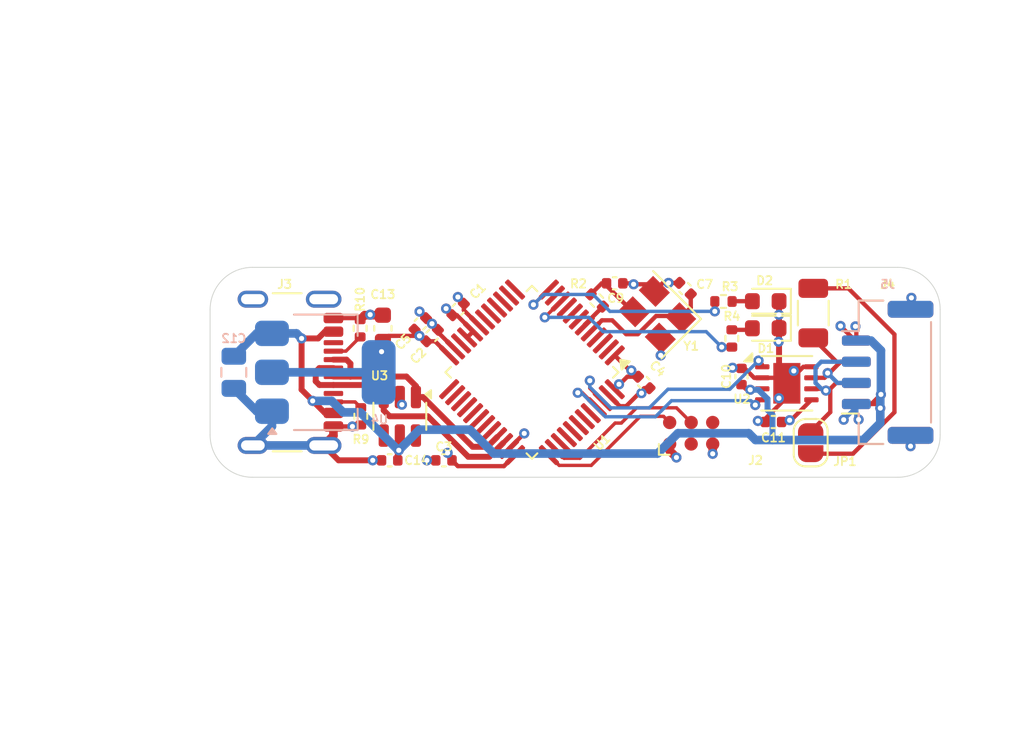
<source format=kicad_pcb>
(kicad_pcb (version 20241229) (generator "pcbnew") (generator_version "9.0")
  (layers (0 "F.Cu" signal) (4 "In1.Cu" signal) (6 "In2.Cu" signal) (2 "B.Cu" signal) (13 "F.Paste" user) (15 "B.Paste" user) (5 "F.SilkS" user "F.Silkscreen") (7 "B.SilkS" user "B.Silkscreen") (1 "F.Mask" user) (3 "B.Mask" user) (25 "Edge.Cuts" user))
  (net 0 "")
  (net 1 "+3V3")
  (net 2 "GND")
  (net 3 "Net-(D2-A)")
  (net 5 "/XTALO")
  (net 6 "/XTALR")
  (net 8 "+5V")
  (net 9 "Net-(D1-A)")
  (net 10 "/SWCLK")
  (net 11 "/SWDIO")
  (net 12 "/LEDG")
  (net 13 "/LEDR")
  (net 19 "Net-(J3-CC2)")
  (net 20 "/USB+")
  (net 22 "/USB-")
  (net 23 "Net-(J3-CC1)")
  (net 24 "/CANH")
  (net 25 "/CANL")
  (net 28 "/XTALI")
  (net 30 "/CNRX")
  (net 31 "/CNTX")
  (net 52 "Net-(JP1-B)")
  (footprint "Connector_USB:USB_C_Receptacle_GCT_USB4105-xx-A_16P_TopMnt_Horizontal" (layer "F.Cu") (at 85.6 70 -90)
    (property "Reference" "J3")
    (property "Value" "USB_C_Receptacle_USB2.0_16P")
  )
  (footprint "Capacitor_SMD:C_0402_1005Metric" (layer "F.Cu") (at 115.258642 72.935185 180)
    (property "Reference" "C11")
    (property "Value" "100n")
  )
  (footprint "Capacitor_SMD:C_0402_1005Metric" (layer "F.Cu") (at 96.640123 66.286419 45)
    (property "Reference" "C1")
    (property "Value" "10u")
  )
  (footprint "Resistor_SMD:R_0402_1005Metric" (layer "F.Cu") (at 90.857273 67.4 90)
    (property "Reference" "R10")
    (property "Value" "5k1")
  )
  (footprint "Capacitor_SMD:C_0402_1005Metric" (layer "F.Cu") (at 94.410496 67.141974 45)
    (property "Reference" "C5")
    (property "Value" "100n")
  )
  (footprint "Connector:Tag-Connect_TC2030-IDC-NL_2x03_P1.27mm_Vertical" (layer "F.Cu") (at 110.4 73.6)
    (property "Reference" "J2")
    (property "Value" "Conn_ARM_SWD_TagConnect_TC2030-NL")
  )
  (footprint "Package_TO_SOT_SMD:SOT-23-6" (layer "F.Cu") (at 93.2 72.6 -90)
    (property "Reference" "U3")
    (property "Value" "SRV05-4")
  )
  (footprint "Package_SON:HVSON-8-1EP_3x3mm_P0.65mm_EP1.6x2.4mm" (layer "F.Cu") (at 116.047718 70.649742)
    (property "Reference" "U2")
    (property "Value" "TJA1044GTK/3")
  )
  (footprint "Capacitor_SMD:C_0402_1005Metric" (layer "F.Cu") (at 110.036296 65.056295 -45)
    (property "Reference" "C7")
    (property "Value" "12p")
  )
  (footprint "Jumper:SolderJumper-2_P1.3mm_Open_RoundedPad1.0x1.5mm" (layer "F.Cu") (at 117.455494 74.158354 -90)
    (property "Reference" "JP1")
    (property "Value" "SolderJumper_2_Open")
  )
  (footprint "Resistor_SMD:R_0402_1005Metric" (layer "F.Cu") (at 112.305925 65.815557)
    (property "Reference" "R3")
    (property "Value" "1k")
  )
  (footprint "Connector_JST:JST_GH_SM04B-GHS-TB_1x04-1MP_P1.25mm_Horizontal" (layer "F.Cu") (at 122 70 90)
    (property "Reference" "J4")
    (property "Value" "Conn_01x04_MountingPin")
  )
  (footprint "LED_SMD:LED_0603_1608Metric" (layer "F.Cu") (at 114.8 65.8 180)
    (property "Reference" "D2")
    (property "Value" "GLED")
  )
  (footprint "Resistor_SMD:R_0402_1005Metric" (layer "F.Cu") (at 90.896198 72.6 -90)
    (property "Reference" "R9")
    (property "Value" "5k1")
  )
  (footprint "Capacitor_SMD:C_0402_1005Metric" (layer "F.Cu") (at 95.106174 67.82901 45)
    (property "Reference" "C2")
    (property "Value" "100n")
  )
  (footprint "Capacitor_SMD:C_0402_1005Metric" (layer "F.Cu") (at 113.369547 70.248147 90)
    (property "Reference" "C10")
    (property "Value" "100n")
  )
  (footprint "Capacitor_SMD:C_0402_1005Metric" (layer "F.Cu") (at 92.6 75.2 180)
    (property "Reference" "C14")
    (property "Value" "1u")
  )
  (footprint "Capacitor_SMD:C_0402_1005Metric" (layer "F.Cu") (at 105.883557 64.744001 180)
    (property "Reference" "C9")
    (property "Value" "12p")
  )
  (footprint "Package_QFP:LQFP-48_7x7mm_P0.5mm" (layer "F.Cu") (at 101 70 -135)
    (property "Reference" "U1")
    (property "Value" "STM32G473CBTx")
  )
  (footprint "LED_SMD:LED_0603_1608Metric" (layer "F.Cu") (at 114.8 67.4 180)
    (property "Reference" "D1")
    (property "Value" "LEDR")
  )
  (footprint "Resistor_SMD:R_1206_3216Metric" (layer "F.Cu") (at 117.607101 66.502217 90)
    (property "Reference" "R1")
    (property "Value" "120")
  )
  (footprint "Resistor_SMD:R_0402_1005Metric" (layer "F.Cu") (at 112.8 68 90)
    (property "Reference" "R4")
    (property "Value" "1k")
  )
  (footprint "Capacitor_SMD:C_0402_1005Metric" (layer "F.Cu") (at 95.8 75.2 180)
    (property "Reference" "C3")
    (property "Value" "100n")
  )
  (footprint "Crystal:Crystal_SMD_3225-4Pin_3.2x2.5mm" (layer "F.Cu") (at 108.4 66.6 135)
    (property "Reference" "Y1")
    (property "Value" "16MHz")
  )
  (footprint "Resistor_SMD:R_0402_1005Metric" (layer "F.Cu") (at 104.825781 65.758222 -45)
    (property "Reference" "R2")
    (property "Value" "1k")
  )
  (footprint "Capacitor_SMD:C_0402_1005Metric" (layer "F.Cu") (at 107.6 70.6 -45)
    (property "Reference" "C4")
    (property "Value" "100n")
  )
  (footprint "Capacitor_SMD:C_0603_1608Metric" (layer "F.Cu") (at 92.2 67.4 90)
    (property "Reference" "C13")
    (property "Value" "22u")
  )
  (footprint "Capacitor_SMD:C_0805_2012Metric" (layer "B.Cu") (at 83.4 70 -90)
    (property "Reference" "C12")
    (property "Value" "22u")
  )
  (footprint "Connector_JST:JST_GH_SM04B-GHS-TB_1x04-1MP_P1.25mm_Horizontal" (layer "B.Cu") (at 122 70 -90)
    (property "Reference" "J5")
    (property "Value" "Conn_01x04_MountingPin")
  )
  (footprint "Package_TO_SOT_SMD:SOT-223-3_TabPin2" (layer "B.Cu") (at 88.8 70)
    (property "Reference" "U4")
    (property "Value" "AMS1117-3.3")
  )
  (gr_arc (start 82 66.3) (mid 82.732233 64.532233) (end 84.5 63.8) (stroke (width 0.05)) (layer "Edge.Cuts"))
  (gr_line (start 82 66.3) (end 82 73.7) (stroke (width 0.05)) (layer "Edge.Cuts"))
  (gr_line (start 84.5 76.2) (end 122.6 76.2) (stroke (width 0.05)) (layer "Edge.Cuts"))
  (gr_line (start 125.1 66.3) (end 125.1 73.7) (stroke (width 0.05)) (layer "Edge.Cuts"))
  (gr_arc (start 122.6 63.8) (mid 124.367767 64.532233) (end 125.1 66.3) (stroke (width 0.05)) (layer "Edge.Cuts"))
  (gr_arc (start 84.5 76.2) (mid 82.732233 75.467767) (end 82 73.7) (stroke (width 0.05)) (layer "Edge.Cuts"))
  (gr_arc (start 125.1 73.7) (mid 124.367767 75.467767) (end 122.6 76.2) (stroke (width 0.05)) (layer "Edge.Cuts"))
  (gr_line (start 84.5 63.8) (end 122.6 63.8) (stroke (width 0.05)) (layer "Edge.Cuts"))
  (segment (start 94.358645 67.846294) (end 92.528706 67.846294) (width 0.254) (layer "F.Cu") (net 1))
  (segment (start 107.260589 70.260589) (end 106.626075 70.260589) (width 0.254) (layer "F.Cu") (net 1))
  (segment (start 92.2 68.175) (end 92.2 68.701333) (width 0.508) (layer "F.Cu") (net 1))
  (segment (start 94.079727 67.481385) (end 94.766763 68.168421) (width 0.254) (layer "F.Cu") (net 1))
  (segment (start 92.2 68.701333) (end 92.121066 68.780267) (width 0.508) (layer "F.Cu") (net 1))
  (segment (start 107.236514 70.260589) (end 106.866049 69.890124) (width 0.254) (layer "F.Cu") (net 1))
  (segment (start 96.112124 69.001212) (end 95.279333 68.168421) (width 0.254) (layer "F.Cu") (net 1))
  (segment (start 96.300712 66.603797) (end 95.931482 66.234567) (width 0.254) (layer "F.Cu") (net 1))
  (segment (start 96.28 75.2) (end 96.28 75.020405) (width 0.254) (layer "F.Cu") (net 1))
  (segment (start 117.497718 71.624742) (end 116.187275 72.935185) (width 0.254) (layer "F.Cu") (net 1))
  (segment (start 96.56517 66.62583) (end 96.300712 66.62583) (width 0.254) (layer "F.Cu") (net 1))
  (segment (start 106.626075 70.260589) (end 105.887876 70.998788) (width 0.254) (layer "F.Cu") (net 1))
  (segment (start 99.343905 75.545183) (end 100.001212 74.887876) (width 0.254) (layer "F.Cu") (net 1))
  (segment (start 107.147253 70.260589) (end 105.887876 69.001212) (width 0.254) (layer "F.Cu") (net 1))
  (segment (start 107.260589 70.260589) (end 107.236514 70.260589) (width 0.254) (layer "F.Cu") (net 1))
  (segment (start 116.187275 72.935185) (end 115.738642 72.935185) (width 0.254) (layer "F.Cu") (net 1))
  (segment (start 96.625183 75.545183) (end 99.343905 75.545183) (width 0.254) (layer "F.Cu") (net 1))
  (segment (start 94.071085 67.481385) (end 94.079727 67.481385) (width 0.254) (layer "F.Cu") (net 1))
  (segment (start 96.300712 66.62583) (end 96.300712 66.603797) (width 0.254) (layer "F.Cu") (net 1))
  (segment (start 109.13 74.235) (end 109.13 74.631885) (width 0.508) (layer "F.Cu") (net 1))
  (segment (start 92.528706 67.846294) (end 92.2 68.175) (width 0.254) (layer "F.Cu") (net 1))
  (segment (start 107.260589 70.260589) (end 107.147253 70.260589) (width 0.254) (layer "F.Cu") (net 1))
  (segment (start 96.28 75.2) (end 96.625183 75.545183) (width 0.254) (layer "F.Cu") (net 1))
  (segment (start 97.526338 67.586998) (end 96.56517 66.62583) (width 0.254) (layer "F.Cu") (net 1))
  (segment (start 97.172785 67.940551) (end 97.526338 67.586998) (width 0.254) (layer "F.Cu") (net 1))
  (segment (start 96.28 75.020405) (end 96.021038 74.761443) (width 0.254) (layer "F.Cu") (net 1))
  (segment (start 95.279333 68.168421) (end 94.766763 68.168421) (width 0.254) (layer "F.Cu") (net 1))
  (segment (start 109.13 74.631885) (end 109.529558 75.031443) (width 0.508) (layer "F.Cu") (net 1))
  (via (at 116.211728 72.830246) (size 0.6) (drill 0.3) (layers "F.Cu" "B.Cu") (net 1))
  (via (at 109.529558 75.031443) (size 0.6) (drill 0.3) (layers "F.Cu" "B.Cu") (net 1))
  (via (at 106.140124 70.706789) (size 0.6) (drill 0.3) (layers "F.Cu" "B.Cu") (net 1))
  (via (at 94.358645 67.846294) (size 0.6) (drill 0.3) (layers "F.Cu" "B.Cu") (net 1))
  (via (at 92.121066 68.780267) (size 0.6) (drill 0.3) (layers "F.Cu" "B.Cu") (net 1))
  (via (at 95.931482 66.234567) (size 0.6) (drill 0.3) (layers "F.Cu" "B.Cu") (net 1))
  (via (at 106.866049 69.890124) (size 0.6) (drill 0.3) (layers "F.Cu" "B.Cu") (net 1))
  (via (at 96.021038 74.761443) (size 0.6) (drill 0.3) (layers "F.Cu" "B.Cu") (net 1))
  (segment (start 85.650001 70) (end 91.949999 70) (width 0.508) (layer "B.Cu") (net 1))
  (segment (start 112.880147 69.768147) (end 112.842668 69.730668) (width 0.254) (layer "F.Cu") (net 2))
  (segment (start 115.722718 70.324742) (end 116.047718 70.649742) (width 0.254) (layer "F.Cu") (net 2))
  (segment (start 120.075932 68.125) (end 119.216 67.265068) (width 0.254) (layer "F.Cu") (net 2))
  (segment (start 93.2 71.787559) (end 93.323553 71.911112) (width 0.508) (layer "F.Cu") (net 2))
  (segment (start 89.28 73.745) (end 88.705 74.32) (width 0.508) (layer "F.Cu") (net 2))
  (segment (start 108.223223 65.221142) (end 107.802081 64.8) (width 0.254) (layer "F.Cu") (net 2))
  (segment (start 94.749907 66.802563) (end 94.749907 66.79867) (width 0.254) (layer "F.Cu") (net 2))
  (segment (start 90.767272 66.8) (end 90.857273 66.890001) (width 0.254) (layer "F.Cu") (net 2))
  (segment (start 97.879891 67.233445) (end 96.979534 66.333088) (width 0.254) (layer "F.Cu") (net 2))
  (segment (start 91.6 75.2) (end 89.585 75.2) (width 0.35) (layer "F.Cu") (net 2))
  (segment (start 109.696885 64.716884) (end 108.727481 64.716884) (width 0.254) (layer "F.Cu") (net 2))
  (segment (start 89.28 73.2) (end 90.4 73.2) (width 0.254) (layer "F.Cu") (net 2))
  (segment (start 90.857273 66.890001) (end 91.122274 66.625) (width 0.508) (layer "F.Cu") (net 2))
  (segment (start 117.497718 69.674742) (end 117.022718 69.674742) (width 0.254) (layer "F.Cu") (net 2))
  (segment (start 114.117333 70.324742) (end 113.560738 69.768147) (width 0.254) (layer "F.Cu") (net 2))
  (segment (start 89.28 73.2) (end 89.28 73.745) (width 0.508) (layer "F.Cu") (net 2))
  (segment (start 106.565946 72) (end 107.626535 70.939411) (width 0.254) (layer "F.Cu") (net 2))
  (segment (start 108.727481 64.716884) (end 108.223223 65.221142) (width 0.254) (layer "F.Cu") (net 2))
  (segment (start 96.465678 68.647658) (end 95.445585 67.627565) (width 0.254) (layer "F.Cu") (net 2))
  (segment (start 115.587501 70.189525) (end 115.587501 67.4) (width 0.35) (layer "F.Cu") (net 2))
  (segment (start 111.67 74.813664) (end 111.669999 74.813665) (width 0.508) (layer "F.Cu") (net 2))
  (segment (start 91.122274 66.625) (end 92.2 66.625) (width 0.508) (layer "F.Cu") (net 2))
  (segment (start 95.445585 67.489599) (end 95.436943 67.489599) (width 0.254) (layer "F.Cu") (net 2))
  (segment (start 113.560738 69.768147) (end 113.369547 69.768147) (width 0.254) (layer "F.Cu") (net 2))
  (segment (start 120.15 67.340402) (end 120.097066 67.287468) (width 0.254) (layer "F.Cu") (net 2))
  (segment (start 95.32 75.2) (end 94.8 75.2) (width 0.35) (layer "F.Cu") (net 2))
  (segment (start 116.047718 71.472277) (end 114.778642 72.741353) (width 0.254) (layer "F.Cu") (net 2))
  (segment (start 99.647658 74.534322) (end 99.647658 74.50731) (width 0.254) (layer "F.Cu") (net 2))
  (segment (start 95.445585 67.627565) (end 95.445585 67.489599) (width 0.254) (layer "F.Cu") (net 2))
  (segment (start 114.597718 70.324742) (end 115.722718 70.324742) (width 0.254) (layer "F.Cu") (net 2))
  (segment (start 115.587501 67.4) (end 115.587501 65.8) (width 0.35) (layer "F.Cu") (net 2))
  (segment (start 113.369547 69.768147) (end 112.880147 69.768147) (width 0.254) (layer "F.Cu") (net 2))
  (segment (start 108.576777 67.978858) (end 108.576777 68.976777) (width 0.254) (layer "F.Cu") (net 2))
  (segment (start 105.534322 71.352342) (end 106.18198 72) (width 0.254) (layer "F.Cu") (net 2))
  (segment (start 120.15 68.125) (end 120.15 67.340402) (width 0.254) (layer "F.Cu") (net 2))
  (segment (start 106.18198 72) (end 106.565946 72) (width 0.254) (layer "F.Cu") (net 2))
  (segment (start 90.4 73.2) (end 90.806197 73.2) (width 0.254) (layer "F.Cu") (net 2))
  (segment (start 92.12 75.2) (end 91.6 75.2) (width 0.35) (layer "F.Cu") (net 2))
  (segment (start 94.749907 66.79867) (end 94.362965 66.411728) (width 0.254) (layer "F.Cu") (net 2))
  (segment (start 96.979534 65.947008) (end 96.979534 65.904226) (width 0.254) (layer "F.Cu") (net 2))
  (segment (start 108.576777 68.976777) (end 108.6 69) (width 0.254) (layer "F.Cu") (net 2))
  (segment (start 93.2 71.4625) (end 93.2 71.787559) (width 0.508) (layer "F.Cu") (net 2))
  (segment (start 116.047718 70.649742) (end 115.587501 70.189525) (width 0.35) (layer "F.Cu") (net 2))
  (segment (start 96.979534 65.904226) (end 96.62716 65.551852) (width 0.254) (layer "F.Cu") (net 2))
  (segment (start 114.338887 72.870985) (end 114.403087 72.935185) (width 0.254) (layer "F.Cu") (net 2))
  (segment (start 123.349999 73.725001) (end 123.35 73.725) (width 0.254) (layer "F.Cu") (net 2))
  (segment (start 107.626535 70.939411) (end 107.939411 70.939411) (width 0.254) (layer "F.Cu") (net 2))
  (segment (start 89.585 75.2) (end 88.705 74.32) (width 0.35) (layer "F.Cu") (net 2))
  (segment (start 123.349999 74.367132) (end 123.349999 73.725001) (width 0.254) (layer "F.Cu") (net 2))
  (segment (start 95.436943 67.489599) (end 94.749907 66.802563) (width 0.254) (layer "F.Cu") (net 2))
  (segment (start 114.778642 72.741353) (end 114.778642 72.935185) (width 0.254) (layer "F.Cu") (net 2))
  (segment (start 90.806197 73.2) (end 90.896198 73.109999) (width 0.254) (layer "F.Cu") (net 2))
  (segment (start 96.979534 66.333088) (end 96.979534 65.947008) (width 0.254) (layer "F.Cu") (net 2))
  (segment (start 117.022718 69.674742) (end 116.047718 70.649742) (width 0.254) (layer "F.Cu") (net 2))
  (segment (start 111.67 74.235) (end 111.67 74.813664) (width 0.508) (layer "F.Cu") (net 2))
  (segment (start 107.802081 64.8) (end 107 64.8) (width 0.254) (layer "F.Cu") (net 2))
  (segment (start 114.403087 72.935185) (end 114.778642 72.935185) (width 0.254) (layer "F.Cu") (net 2))
  (segment (start 106.944001 64.744001) (end 107 64.8) (width 0.254) (layer "F.Cu") (net 2))
  (segment (start 123.35 65.65) (end 123.4 65.6) (width 0.254) (layer "F.Cu") (net 2))
  (segment (start 120.15 68.125) (end 120.075932 68.125) (width 0.254) (layer "F.Cu") (net 2))
  (segment (start 106.363557 64.744001) (end 106.944001 64.744001) (width 0.254) (layer "F.Cu") (net 2))
  (segment (start 123.35 66.275) (end 123.35 65.65) (width 0.254) (layer "F.Cu") (net 2))
  (segment (start 99.647658 74.50731) (end 100.54481 73.610158) (width 0.254) (layer "F.Cu") (net 2))
  (segment (start 116.047718 70.649742) (end 116.047718 71.472277) (width 0.254) (layer "F.Cu") (net 2))
  (segment (start 114.597718 70.324742) (end 114.117333 70.324742) (width 0.254) (layer "F.Cu") (net 2))
  (segment (start 89.28 66.8) (end 90.767272 66.8) (width 0.254) (layer "F.Cu") (net 2))
  (via (at 109.062216 64.719112) (size 0.6) (drill 0.3) (layers "F.Cu" "B.Cu") (net 2))
  (via (at 90.4 73.2) (size 0.6) (drill 0.3) (layers "F.Cu" "B.Cu") (net 2))
  (via (at 112.842668 69.730668) (size 0.6) (drill 0.3) (layers "F.Cu" "B.Cu") (net 2))
  (via (at 96.62716 65.551852) (size 0.6) (drill 0.3) (layers "F.Cu" "B.Cu") (net 2))
  (via (at 111.669999 74.813665) (size 0.6) (drill 0.3) (layers "F.Cu" "B.Cu") (net 2))
  (via (at 115.580442 71.528888) (size 0.6) (drill 0.3) (layers "F.Cu" "B.Cu") (net 2))
  (via (at 120.284568 72.789504) (size 0.6) (drill 0.3) (layers "F.Cu" "B.Cu") (net 2))
  (via (at 115.561599 68.196161) (size 0.6) (drill 0.3) (layers "F.Cu" "B.Cu") (net 2))
  (via (at 100.54481 73.610158) (size 0.6) (drill 0.3) (layers "F.Cu" "B.Cu") (net 2))
  (via (at 123.4 65.6) (size 0.6) (drill 0.3) (layers "F.Cu" "B.Cu") (net 2))
  (via (at 116.457774 69.917334) (size 0.6) (drill 0.3) (layers "F.Cu" "B.Cu") (net 2))
  (via (at 107 64.8) (size 0.6) (drill 0.3) (layers "F.Cu" "B.Cu") (net 2))
  (via (at 108.6 69) (size 0.6) (drill 0.3) (layers "F.Cu" "B.Cu") (net 2))
  (via (at 93.323553 71.911112) (size 0.6) (drill 0.3) (layers "F.Cu" "B.Cu") (net 2))
  (via (at 94.8 75.2) (size 0.6) (drill 0.3) (layers "F.Cu" "B.Cu") (net 2))
  (via (at 107.465842 71.233334) (size 0.6) (drill 0.3) (layers "F.Cu" "B.Cu") (net 2))
  (via (at 91.6 75.2) (size 0.6) (drill 0.3) (layers "F.Cu" "B.Cu") (net 2))
  (via (at 95.097532 67.129011) (size 0.6) (drill 0.3) (layers "F.Cu" "B.Cu") (net 2))
  (via (at 91.449067 66.592536) (size 0.6) (drill 0.3) (layers "F.Cu" "B.Cu") (net 2))
  (via (at 119.216 67.265068) (size 0.6) (drill 0.3) (layers "F.Cu" "B.Cu") (net 2))
  (via (at 120.097066 67.287468) (size 0.6) (drill 0.3) (layers "F.Cu" "B.Cu") (net 2))
  (via (at 115.579519 66.601283) (size 0.6) (drill 0.3) (layers "F.Cu" "B.Cu") (net 2))
  (via (at 119.403087 72.802467) (size 0.6) (drill 0.3) (layers "F.Cu" "B.Cu") (net 2))
  (via (at 114.338887 72.870985) (size 0.6) (drill 0.3) (layers "F.Cu" "B.Cu") (net 2))
  (via (at 123.349999 74.367132) (size 0.6) (drill 0.3) (layers "F.Cu" "B.Cu") (net 2))
  (via (at 94.362965 66.411728) (size 0.6) (drill 0.3) (layers "F.Cu" "B.Cu") (net 2))
  (segment (start 85.65 73.195) (end 84.525 74.32) (width 0.508) (layer "B.Cu") (net 2))
  (segment (start 123.35 65.65) (end 123.4 65.6) (width 0.254) (layer "B.Cu") (net 2))
  (segment (start 123.35 66.275) (end 123.35 65.65) (width 0.254) (layer "B.Cu") (net 2))
  (segment (start 120.15 72.055554) (end 119.403087 72.802467) (width 0.254) (layer "B.Cu") (net 2))
  (segment (start 120.15 72.654936) (end 120.284568 72.789504) (width 0.254) (layer "B.Cu") (net 2))
  (segment (start 83.4 70.949999) (end 84.750001 72.3) (width 0.508) (layer "B.Cu") (net 2))
  (segment (start 84.750001 72.3) (end 85.65 72.3) (width 0.508) (layer "B.Cu") (net 2))
  (segment (start 120.15 71.875) (end 120.15 72.654936) (width 0.254) (layer "B.Cu") (net 2))
  (segment (start 88.705 74.32) (end 84.525 74.32) (width 0.508) (layer "B.Cu") (net 2))
  (segment (start 123.35 73.725) (end 123.35 74.367131) (width 0.254) (layer "B.Cu") (net 2))
  (segment (start 85.65 72.3) (end 85.65 73.195) (width 0.508) (layer "B.Cu") (net 2))
  (segment (start 120.15 71.875) (end 120.15 72.055554) (width 0.254) (layer "B.Cu") (net 2))
  (segment (start 123.35 74.367131) (end 123.349999 74.367132) (width 0.254) (layer "B.Cu") (net 2))
  (segment (start 114.012499 65.8) (end 112.831481 65.8) (width 0.254) (layer "F.Cu") (net 3))
  (segment (start 112.831481 65.8) (end 112.815924 65.815557) (width 0.254) (layer "F.Cu") (net 3))
  (segment (start 104.120109 67.185142) (end 105.186405 66.118846) (width 0.254) (layer "F.Cu") (net 5))
  (segment (start 104.120109 67.233445) (end 104.120109 67.185142) (width 0.254) (layer "F.Cu") (net 5))
  (segment (start 105.403557 64.880893) (end 105.403557 64.744001) (width 0.254) (layer "F.Cu") (net 6))
  (segment (start 107.021142 66.423223) (end 106.945887 66.423223) (width 0.254) (layer "F.Cu") (net 6))
  (segment (start 106.945887 66.423223) (end 105.403557 64.880893) (width 0.254) (layer "F.Cu") (net 6))
  (segment (start 104.465157 65.397598) (end 105.118754 64.744001) (width 0.254) (layer "F.Cu") (net 6))
  (segment (start 105.118754 64.744001) (end 105.403557 64.744001) (width 0.254) (layer "F.Cu") (net 6))
  (segment (start 93.138519 74.607408) (end 93.138519 73.798981) (width 0.35) (layer "F.Cu") (net 8))
  (segment (start 87.4 71.02434) (end 87.4 68) (width 0.35) (layer "F.Cu") (net 8))
  (segment (start 93.138519 73.798981) (end 93.2 73.7375) (width 0.35) (layer "F.Cu") (net 8))
  (segment (start 120.15 71.875) (end 121.034875 71.875) (width 0.254) (layer "F.Cu") (net 8))
  (segment (start 88.77566 67.6) (end 88.37566 68) (width 0.35) (layer "F.Cu") (net 8))
  (segment (start 89.28 72.4) (end 88.77566 72.4) (width 0.35) (layer "F.Cu") (net 8))
  (segment (start 113.616142 70.974742) (end 114.597718 70.974742) (width 0.254) (layer "F.Cu") (net 8))
  (segment (start 88.37566 68) (end 87.4 68) (width 0.35) (layer "F.Cu") (net 8))
  (segment (start 121.034875 71.875) (end 121.602467 71.307408) (width 0.254) (layer "F.Cu") (net 8))
  (segment (start 121.323148 71.875) (end 121.563579 72.115431) (width 0.254) (layer "F.Cu") (net 8))
  (segment (start 120.15 71.875) (end 121.323148 71.875) (width 0.254) (layer "F.Cu") (net 8))
  (segment (start 89.28 67.6) (end 88.77566 67.6) (width 0.35) (layer "F.Cu") (net 8))
  (segment (start 88.77566 72.4) (end 87.4 71.02434) (width 0.35) (layer "F.Cu") (net 8))
  (segment (start 113.369547 70.728147) (end 113.616142 70.974742) (width 0.254) (layer "F.Cu") (net 8))
  (segment (start 93.08 75.2) (end 93.08 74.665927) (width 0.35) (layer "F.Cu") (net 8))
  (segment (start 93.08 74.665927) (end 93.138519 74.607408) (width 0.35) (layer "F.Cu") (net 8))
  (via (at 93.138519 74.607408) (size 0.6) (drill 0.3) (layers "F.Cu" "B.Cu") (net 8))
  (via (at 88.053955 71.688257) (size 0.6) (drill 0.3) (layers "F.Cu" "B.Cu") (net 8))
  (via (at 121.563579 72.115431) (size 0.6) (drill 0.3) (layers "F.Cu" "B.Cu") (net 8))
  (via (at 113.885184 71.030246) (size 0.6) (drill 0.3) (layers "F.Cu" "B.Cu") (net 8))
  (via (at 87.4 68) (size 0.6) (drill 0.3) (layers "F.Cu" "B.Cu") (net 8))
  (via (at 121.602467 71.307408) (size 0.6) (drill 0.3) (layers "F.Cu" "B.Cu") (net 8))
  (segment (start 121.016732 68.125) (end 120.15 68.125) (width 0.508) (layer "B.Cu") (net 8))
  (segment (start 87.1 67.7) (end 87.4 68) (width 0.508) (layer "B.Cu") (net 8))
  (segment (start 94.355927 73.39) (end 93.138519 74.607408) (width 0.508) (layer "B.Cu") (net 8))
  (segment (start 85.65 67.7) (end 87.1 67.7) (width 0.508) (layer "B.Cu") (net 8))
  (segment (start 114.365061 71.030246) (end 114.906666 71.571851) (width 0.35) (layer "B.Cu") (net 8))
  (segment (start 114.906666 71.571851) (end 114.906666 72.219998) (width 0.35) (layer "B.Cu") (net 8))
  (segment (start 98.75 74.8) (end 97.34 73.39) (width 0.508) (layer "B.Cu") (net 8))
  (segment (start 115.2 72.513332) (end 115.2 74) (width 0.35) (layer "B.Cu") (net 8))
  (segment (start 115.2 74) (end 114.2 74) (width 0.508) (layer "B.Cu") (net 8))
  (segment (start 84.750001 67.7) (end 85.65 67.7) (width 0.508) (layer "B.Cu") (net 8))
  (segment (start 108.417002 74.8) (end 98.75 74.8) (width 0.508) (layer "B.Cu") (net 8))
  (segment (start 97.34 73.39) (end 94.355927 73.39) (width 0.508) (layer "B.Cu") (net 8))
  (segment (start 90.865779 72.365334) (end 93.107853 74.607408) (width 0.508) (layer "B.Cu") (net 8))
  (segment (start 88.053955 71.688257) (end 89.174481 71.688257) (width 0.508) (layer "B.Cu") (net 8))
  (segment (start 83.4 69.050001) (end 84.750001 67.7) (width 0.508) (layer "B.Cu") (net 8))
  (segment (start 114.2 74) (end 113.8 73.6) (width 0.508) (layer "B.Cu") (net 8))
  (segment (start 121.563579 71.346296) (end 121.602467 71.307408) (width 0.508) (layer "B.Cu") (net 8))
  (segment (start 121.563579 72.115431) (end 121.563579 72.993219) (width 0.508) (layer "B.Cu") (net 8))
  (segment (start 93.107853 74.607408) (end 93.138519 74.607408) (width 0.508) (layer "B.Cu") (net 8))
  (segment (start 121.563579 72.115431) (end 121.563579 71.346296) (width 0.508) (layer "B.Cu") (net 8))
  (segment (start 113.8 73.6) (end 109.617002 73.6) (width 0.508) (layer "B.Cu") (net 8))
  (segment (start 109.617002 73.6) (end 108.417002 74.8) (width 0.508) (layer "B.Cu") (net 8))
  (segment (start 89.851558 72.365334) (end 90.865779 72.365334) (width 0.508) (layer "B.Cu") (net 8))
  (segment (start 89.174481 71.688257) (end 89.851558 72.365334) (width 0.508) (layer "B.Cu") (net 8))
  (segment (start 114.906666 72.219998) (end 115.2 72.513332) (width 0.35) (layer "B.Cu") (net 8))
  (segment (start 120.556798 74) (end 115.2 74) (width 0.508) (layer "B.Cu") (net 8))
  (segment (start 121.563579 72.993219) (end 120.556798 74) (width 0.508) (layer "B.Cu") (net 8))
  (segment (start 113.885184 71.030246) (end 114.365061 71.030246) (width 0.35) (layer "B.Cu") (net 8))
  (segment (start 121.602467 68.710735) (end 121.016732 68.125) (width 0.508) (layer "B.Cu") (net 8))
  (segment (start 121.602467 71.307408) (end 121.602467 68.710735) (width 0.508) (layer "B.Cu") (net 8))
  (segment (start 112.8 67.490001) (end 113.922498 67.490001) (width 0.254) (layer "F.Cu") (net 9))
  (segment (start 113.922498 67.490001) (end 114.012499 67.4) (width 0.254) (layer "F.Cu") (net 9))
  (segment (start 110.4 72.965) (end 109.532531 72.097531) (width 0.2) (layer "F.Cu") (net 10))
  (segment (start 107.174175 72.097531) (end 106.271706 73) (width 0.2) (layer "F.Cu") (net 10))
  (segment (start 102.896037 75.078017) (end 102.352342 74.534322) (width 0.2) (layer "F.Cu") (net 10))
  (segment (start 109.532531 72.097531) (end 107.174175 72.097531) (width 0.2) (layer "F.Cu") (net 10))
  (segment (start 103.829097 75.078017) (end 102.896037 75.078017) (width 0.2) (layer "F.Cu") (net 10))
  (segment (start 105.907114 73) (end 103.829097 75.078017) (width 0.2) (layer "F.Cu") (net 10))
  (segment (start 106.271706 73) (end 105.907114 73) (width 0.2) (layer "F.Cu") (net 10))
  (segment (start 102.609025 75.498113) (end 101.998788 74.887876) (width 0.2) (layer "F.Cu") (net 11))
  (segment (start 109.13 72.965) (end 108.765 72.6) (width 0.2) (layer "F.Cu") (net 11))
  (segment (start 108.765 72.6) (end 107.4 72.6) (width 0.2) (layer "F.Cu") (net 11))
  (segment (start 107.4 72.6) (end 104.501887 75.498113) (width 0.2) (layer "F.Cu") (net 11))
  (segment (start 104.501887 75.498113) (end 102.609025 75.498113) (width 0.2) (layer "F.Cu") (net 11))
  (segment (start 111.795926 66.4) (end 111.795926 65.815557) (width 0.2) (layer "F.Cu") (net 12))
  (segment (start 101.980214 65.112124) (end 101.087658 66.00468) (width 0.2) (layer "F.Cu") (net 12))
  (segment (start 101.998788 65.112124) (end 101.980214 65.112124) (width 0.2) (layer "F.Cu") (net 12))
  (via (at 101.087658 66.00468) (size 0.6) (drill 0.3) (layers "F.Cu" "B.Cu") (net 12))
  (via (at 111.795926 66.4) (size 0.6) (drill 0.3) (layers "F.Cu" "B.Cu") (net 12))
  (segment (start 111.795926 66.4) (end 105.6 66.4) (width 0.2) (layer "B.Cu") (net 12))
  (segment (start 104.6 65.4) (end 101.692338 65.4) (width 0.2) (layer "B.Cu") (net 12))
  (segment (start 105.6 66.4) (end 104.6 65.4) (width 0.2) (layer "B.Cu") (net 12))
  (segment (start 101.692338 65.4) (end 101.087658 66.00468) (width 0.2) (layer "B.Cu") (net 12))
  (segment (start 112.2 68.509999) (end 112.8 68.509999) (width 0.2) (layer "F.Cu") (net 13))
  (segment (start 102.705895 65.819231) (end 102.691421 65.819231) (width 0.2) (layer "F.Cu") (net 13))
  (segment (start 102.691421 65.819231) (end 101.757027 66.753625) (width 0.2) (layer "F.Cu") (net 13))
  (via (at 112.2 68.509999) (size 0.6) (drill 0.3) (layers "F.Cu" "B.Cu") (net 13))
  (via (at 101.757027 66.753625) (size 0.6) (drill 0.3) (layers "F.Cu" "B.Cu") (net 13))
  (segment (start 104.353625 66.753625) (end 101.757027 66.753625) (width 0.2) (layer "B.Cu") (net 13))
  (segment (start 111.290001 67.6) (end 105.2 67.6) (width 0.2) (layer "B.Cu") (net 13))
  (segment (start 105.2 67.6) (end 104.353625 66.753625) (width 0.2) (layer "B.Cu") (net 13))
  (segment (start 112.2 68.509999) (end 111.290001 67.6) (width 0.2) (layer "B.Cu") (net 13))
  (segment (start 90.556197 71.75) (end 89.28 71.75) (width 0.2) (layer "F.Cu") (net 19))
  (segment (start 90.896198 72.090001) (end 90.556197 71.75) (width 0.2) (layer "F.Cu") (net 19))
  (segment (start 88.454711 70.75) (end 89.28 70.75) (width 0.35) (layer "F.Cu") (net 20))
  (segment (start 91.845552 70.75) (end 92.250001 71.154449) (width 0.35) (layer "F.Cu") (net 20))
  (segment (start 97.243063 74.990369) (end 98.484505 74.990369) (width 0.35) (layer "F.Cu") (net 20))
  (segment (start 92.6 72.6) (end 94.852694 72.6) (width 0.35) (layer "F.Cu") (net 20))
  (segment (start 92.250001 72.250001) (end 92.6 72.6) (width 0.35) (layer "F.Cu") (net 20))
  (segment (start 94.852694 72.6) (end 97.243063 74.990369) (width 0.35) (layer "F.Cu") (net 20))
  (segment (start 88.45 69.75) (end 88.234563 69.965437) (width 0.35) (layer "F.Cu") (net 20))
  (segment (start 92.250001 71.4625) (end 92.250001 72.250001) (width 0.35) (layer "F.Cu") (net 20))
  (segment (start 88.234563 69.965437) (end 88.234563 70.529852) (width 0.35) (layer "F.Cu") (net 20))
  (segment (start 98.484505 74.990369) (end 99.294105 74.180769) (width 0.35) (layer "F.Cu") (net 20))
  (segment (start 89.28 70.75) (end 91.845552 70.75) (width 0.35) (layer "F.Cu") (net 20))
  (segment (start 92.250001 71.154449) (end 92.250001 71.4625) (width 0.35) (layer "F.Cu") (net 20))
  (segment (start 89.28 69.75) (end 88.45 69.75) (width 0.35) (layer "F.Cu") (net 20))
  (segment (start 88.234563 70.529852) (end 88.454711 70.75) (width 0.35) (layer "F.Cu") (net 20))
  (segment (start 93.590735 70.25) (end 94.149999 70.809264) (width 0.35) (layer "F.Cu") (net 22))
  (segment (start 89.28 69.25) (end 90.05 69.25) (width 0.35) (layer "F.Cu") (net 22))
  (segment (start 94.149999 71.4625) (end 94.564716 71.4625) (width 0.35) (layer "F.Cu") (net 22))
  (segment (start 90.282458 69.482458) (end 90.282458 70.24675) (width 0.35) (layer "F.Cu") (net 22))
  (segment (start 94.564716 71.4625) (end 97.502216 74.4) (width 0.35) (layer "F.Cu") (net 22))
  (segment (start 90.05 69.25) (end 90.282458 69.482458) (width 0.35) (layer "F.Cu") (net 22))
  (segment (start 90.282458 70.24675) (end 90.279208 70.25) (width 0.35) (layer "F.Cu") (net 22))
  (segment (start 97.502216 74.4) (end 98.367766 74.4) (width 0.35) (layer "F.Cu") (net 22))
  (segment (start 98.367766 74.4) (end 98.940551 73.827215) (width 0.35) (layer "F.Cu") (net 22))
  (segment (start 94.149999 70.809264) (end 94.149999 71.4625) (width 0.35) (layer "F.Cu") (net 22))
  (segment (start 90.279208 70.25) (end 93.590735 70.25) (width 0.35) (layer "F.Cu") (net 22))
  (segment (start 89.28 70.25) (end 90.279208 70.25) (width 0.35) (layer "F.Cu") (net 22))
  (segment (start 90.017272 68.75) (end 90.857273 67.909999) (width 0.2) (layer "F.Cu") (net 23))
  (segment (start 89.279999 68.75) (end 90.017272 68.75) (width 0.2) (layer "F.Cu") (net 23))
  (segment (start 119.1 69.5) (end 117.607101 68.007101) (width 0.254) (layer "F.Cu") (net 24))
  (segment (start 119.1 69.5) (end 119.225 69.375) (width 0.254) (layer "F.Cu") (net 24))
  (segment (start 118.275258 70.324742) (end 119.1 69.5) (width 0.254) (layer "F.Cu") (net 24))
  (segment (start 119.225 69.375) (end 120.15 69.375) (width 0.254) (layer "F.Cu") (net 24))
  (segment (start 117.607101 68.007101) (end 117.607101 67.964717) (width 0.254) (layer "F.Cu") (net 24))
  (segment (start 117.497718 70.324742) (end 118.275258 70.324742) (width 0.254) (layer "F.Cu") (net 24))
  (via (at 118.454321 70.045062) (size 0.6) (drill 0.3) (layers "F.Cu" "B.Cu") (net 24))
  (segment (start 119.034259 70.625) (end 118.454321 70.045062) (width 0.254) (layer "B.Cu") (net 24))
  (segment (start 120.15 70.625) (end 119.034259 70.625) (width 0.254) (layer "B.Cu") (net 24))
  (segment (start 118.611029 72.35282) (end 117.455494 73.508355) (width 0.254) (layer "F.Cu") (net 25))
  (segment (start 118.611029 70.974742) (end 118.960771 70.625) (width 0.254) (layer "F.Cu") (net 25))
  (segment (start 117.497718 70.974742) (end 118.611029 70.974742) (width 0.254) (layer "F.Cu") (net 25))
  (segment (start 118.611029 70.974742) (end 118.611029 72.35282) (width 0.254) (layer "F.Cu") (net 25))
  (segment (start 118.960771 70.625) (end 120.15 70.625) (width 0.254) (layer "F.Cu") (net 25))
  (via (at 118.354938 71.077777) (size 0.6) (drill 0.3) (layers "F.Cu" "B.Cu") (net 25))
  (segment (start 117.741359 70.628395) (end 118.190741 71.077777) (width 0.254) (layer "B.Cu") (net 25))
  (segment (start 120.15 69.375) (end 118.078706 69.375) (width 0.254) (layer "B.Cu") (net 25))
  (segment (start 117.741359 69.712347) (end 117.741359 70.628395) (width 0.254) (layer "B.Cu") (net 25))
  (segment (start 118.078706 69.375) (end 117.741359 69.712347) (width 0.254) (layer "B.Cu") (net 25))
  (segment (start 118.190741 71.077777) (end 118.354938 71.077777) (width 0.254) (layer "B.Cu") (net 25))
  (segment (start 108.327112 66.672888) (end 107.250669 67.749331) (width 0.254) (layer "F.Cu") (net 28))
  (segment (start 109.674969 66.672888) (end 108.327112 66.672888) (width 0.254) (layer "F.Cu") (net 28))
  (segment (start 105.132661 66.927999) (end 104.473662 67.586998) (width 0.254) (layer "F.Cu") (net 28))
  (segment (start 106.560886 67.749331) (end 105.739554 66.927999) (width 0.254) (layer "F.Cu") (net 28))
  (segment (start 110.375707 65.395706) (end 110.375707 66.179928) (width 0.254) (layer "F.Cu") (net 28))
  (segment (start 109.778858 66.776777) (end 109.674969 66.672888) (width 0.254) (layer "F.Cu") (net 28))
  (segment (start 105.739554 66.927999) (end 105.132661 66.927999) (width 0.254) (layer "F.Cu") (net 28))
  (segment (start 107.250669 67.749331) (end 106.560886 67.749331) (width 0.254) (layer "F.Cu") (net 28))
  (segment (start 110.375707 66.179928) (end 109.778858 66.776777) (width 0.254) (layer "F.Cu") (net 28))
  (segment (start 103.975585 71.207819) (end 104.827215 72.059449) (width 0.2) (layer "F.Cu") (net 30))
  (segment (start 114.183332 71.933332) (end 114.491922 71.624742) (width 0.2) (layer "F.Cu") (net 30))
  (segment (start 103.703396 71.207819) (end 103.975585 71.207819) (width 0.2) (layer "F.Cu") (net 30))
  (segment (start 114.491922 71.624742) (end 114.597718 71.624742) (width 0.2) (layer "F.Cu") (net 30))
  (via (at 103.703396 71.207819) (size 0.6) (drill 0.3) (layers "F.Cu" "B.Cu") (net 30))
  (via (at 114.183332 71.933332) (size 0.6) (drill 0.3) (layers "F.Cu" "B.Cu") (net 30))
  (segment (start 103.919829 71.207819) (end 103.703396 71.207819) (width 0.2) (layer "B.Cu") (net 30))
  (segment (start 114.183332 71.933332) (end 113.928219 71.678219) (width 0.2) (layer "B.Cu") (net 30))
  (segment (start 113.928219 71.678219) (end 109.236078 71.678219) (width 0.2) (layer "B.Cu") (net 30))
  (segment (start 108.288064 72.626233) (end 105.338243 72.626233) (width 0.2) (layer "B.Cu") (net 30))
  (segment (start 109.236078 71.678219) (end 108.288064 72.626233) (width 0.2) (layer "B.Cu") (net 30))
  (segment (start 105.338243 72.626233) (end 103.919829 71.207819) (width 0.2) (layer "B.Cu") (net 30))
  (segment (start 104.416358 70.941484) (end 104.416358 70.491257) (width 0.2) (layer "F.Cu") (net 31))
  (segment (start 114.597718 69.529273) (end 114.376 69.307555) (width 0.2) (layer "F.Cu") (net 31))
  (segment (start 114.597718 69.674742) (end 114.597718 69.529273) (width 0.2) (layer "F.Cu") (net 31))
  (segment (start 105.180769 71.705895) (end 104.416358 70.941484) (width 0.2) (layer "F.Cu") (net 31))
  (via (at 104.416358 70.491257) (size 0.6) (drill 0.3) (layers "F.Cu" "B.Cu") (net 31))
  (via (at 114.376 69.307555) (size 0.6) (drill 0.3) (layers "F.Cu" "B.Cu") (net 31))
  (segment (start 109.028497 71) (end 107.927984 72.100513) (width 0.2) (layer "B.Cu") (net 31))
  (segment (start 114.376 69.307555) (end 112.683555 71) (width 0.2) (layer "B.Cu") (net 31))
  (segment (start 105.648789 72.100513) (end 104.416358 70.868082) (width 0.2) (layer "B.Cu") (net 31))
  (segment (start 104.416358 70.868082) (end 104.416358 70.491257) (width 0.2) (layer "B.Cu") (net 31))
  (segment (start 107.927984 72.100513) (end 105.648789 72.100513) (width 0.2) (layer "B.Cu") (net 31))
  (segment (start 112.683555 71) (end 109.028497 71) (width 0.2) (layer "B.Cu") (net 31))
  (segment (start 119.678647 65.039717) (end 117.607101 65.039717) (width 0.254) (layer "F.Cu") (net 52))
  (segment (start 119.950902 74.808353) (end 122.4 72.359255) (width 0.254) (layer "F.Cu") (net 52))
  (segment (start 117.455494 74.808353) (end 119.950902 74.808353) (width 0.254) (layer "F.Cu") (net 52))
  (segment (start 122.4 67.76107) (end 119.678647 65.039717) (width 0.254) (layer "F.Cu") (net 52))
  (segment (start 122.4 72.359255) (end 122.4 67.76107) (width 0.254) (layer "F.Cu") (net 52))
)
</source>
